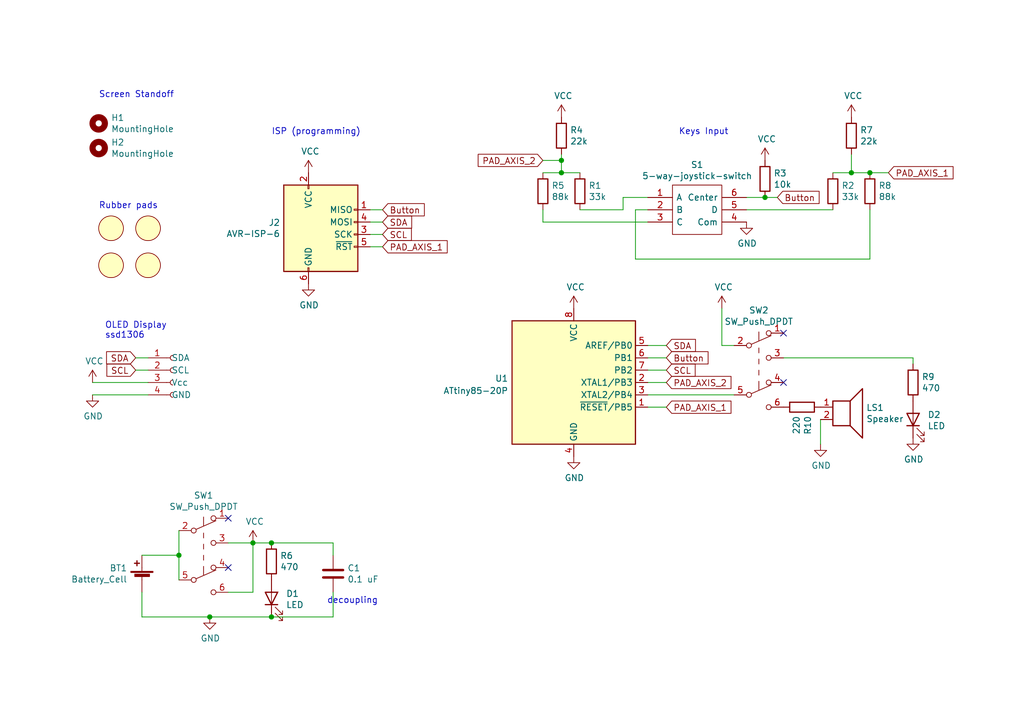
<source format=kicad_sch>
(kicad_sch (version 20211123) (generator eeschema)
  (paper "User" 210.795 148.488)
  (title_block (title "Sygeco 1") (rev "1.0") (company "Sylphide Consulting"))
  (lib_symbols
    (symbol "Connector:AVR-ISP-6" (pin_names (offset 1.016))
      (property "Reference" "J" (at -6.35 11.43 0))
      (property "Value" "AVR-ISP-6" (at 0 11.43 0))
      (symbol "AVR-ISP-6_0_1"
        (rectangle (start -2.667 -6.858) (end -2.413 -7.62))
        (rectangle (start -2.667 10.16) (end -2.413 9.398))
        (rectangle (start 7.62 -2.413) (end 6.858 -2.667))
        (rectangle (start 7.62 0.127) (end 6.858 -0.127))
        (rectangle (start 7.62 2.667) (end 6.858 2.413))
        (rectangle (start 7.62 5.207) (end 6.858 4.953))
        (rectangle (start 7.62 10.16) (end -7.62 -7.62) (stroke (width 0.254)) (fill (type background)))
      )
      (symbol "AVR-ISP-6_1_1"
        (pin passive line (at 10.16 5.08 180) (length 2.54) (name "MISO") (number "1"))
        (pin passive line (at -2.54 12.7 270) (length 2.54) (name "VCC") (number "2"))
        (pin passive line (at 10.16 0 180) (length 2.54) (name "SCK") (number "3"))
        (pin passive line (at 10.16 2.54 180) (length 2.54) (name "MOSI") (number "4"))
        (pin passive line (at 10.16 -2.54 180) (length 2.54) (name "~{RST}") (number "5"))
        (pin passive line (at -2.54 -10.16 90) (length 2.54) (name "GND") (number "6"))
      )
    )
    (symbol "Device:Battery_Cell" (pin_numbers hide) (pin_names (offset 0) hide)
      (property "Reference" "BT" (at 2.54 2.54 0))
      (property "Value" "Battery_Cell" (at 2.54 0 0))
      (symbol "Battery_Cell_0_1"
        (rectangle (start -2.286 1.778) (end 2.286 1.524) (fill (type outline)))
        (rectangle (start -1.5748 1.1938) (end 1.4732 0.6858) (fill (type outline)))
        (polyline (pts (xy 0 0.762) (xy 0 0)))
        (polyline (pts (xy 0 1.778) (xy 0 2.54)))
        (polyline (pts (xy 0.508 3.429) (xy 1.524 3.429)) (stroke (width 0.254)))
        (polyline (pts (xy 1.016 3.937) (xy 1.016 2.921)) (stroke (width 0.254)))
      )
      (symbol "Battery_Cell_1_1"
        (pin passive line (at 0 5.08 270) (length 2.54) (name "+") (number "1"))
        (pin passive line (at 0 -2.54 90) (length 2.54) (name "-") (number "2"))
      )
    )
    (symbol "Device:C" (pin_numbers hide) (pin_names (offset 0.254))
      (property "Reference" "C" (at 0.635 2.54 0))
      (property "Value" "C" (at 0.635 -2.54 0))
      (symbol "C_0_1"
        (polyline (pts (xy -2.032 -0.762) (xy 2.032 -0.762)) (stroke (width 0.508)))
        (polyline (pts (xy -2.032 0.762) (xy 2.032 0.762)) (stroke (width 0.508)))
      )
      (symbol "C_1_1"
        (pin passive line (at 0 3.81 270) (length 2.794) (name "~") (number "1"))
        (pin passive line (at 0 -3.81 90) (length 2.794) (name "~") (number "2"))
      )
    )
    (symbol "Device:LED" (pin_numbers hide) (pin_names (offset 1.016) hide)
      (property "Reference" "D" (at 0 2.54 0))
      (property "Value" "LED" (at 0 -2.54 0))
      (symbol "LED_0_1"
        (polyline (pts (xy -1.27 -1.27) (xy -1.27 1.27)) (stroke (width 0.254)))
        (polyline (pts (xy -1.27 0) (xy 1.27 0)))
        (polyline (pts (xy 1.27 -1.27) (xy 1.27 1.27) (xy -1.27 0) (xy 1.27 -1.27)) (stroke (width 0.254)))
        (polyline (pts (xy -3.048 -0.762) (xy -4.572 -2.286) (xy -3.81 -2.286) (xy -4.572 -2.286) (xy -4.572 -1.524)))
        (polyline (pts (xy -1.778 -0.762) (xy -3.302 -2.286) (xy -2.54 -2.286) (xy -3.302 -2.286) (xy -3.302 -1.524)))
      )
      (symbol "LED_1_1"
        (pin passive line (at -3.81 0 0) (length 2.54) (name "K") (number "1"))
        (pin passive line (at 3.81 0 180) (length 2.54) (name "A") (number "2"))
      )
    )
    (symbol "Device:R" (pin_numbers hide) (pin_names (offset 0))
      (property "Reference" "R" (at 2.032 0 90))
      (property "Value" "R" (at 0 0 90))
      (symbol "R_0_1"
        (rectangle (start -1.016 -2.54) (end 1.016 2.54) (stroke (width 0.254)))
      )
      (symbol "R_1_1"
        (pin passive line (at 0 3.81 270) (length 1.27) (name "~") (number "1"))
        (pin passive line (at 0 -3.81 90) (length 1.27) (name "~") (number "2"))
      )
    )
    (symbol "Device:Speaker" (pin_names (offset 0) hide)
      (property "Reference" "LS" (at 1.27 5.715 0))
      (property "Value" "Speaker" (at 1.27 3.81 0))
      (symbol "Speaker_0_0"
        (rectangle (start -2.54 1.27) (end 1.016 -3.81) (stroke (width 0.254)))
        (polyline (pts (xy 1.016 1.27) (xy 3.556 3.81) (xy 3.556 -6.35) (xy 1.016 -3.81)) (stroke (width 0.254)))
      )
      (symbol "Speaker_1_1"
        (pin input line (at -5.08 0 0) (length 2.54) (name "1") (number "1"))
        (pin input line (at -5.08 -2.54 0) (length 2.54) (name "2") (number "2"))
      )
    )
    (symbol "MCU_Microchip_ATtiny:ATtiny85-20P"
      (property "Reference" "U" (at -12.7 13.97 0))
      (property "Value" "ATtiny85-20P" (at 2.54 -13.97 0))
      (symbol "ATtiny85-20P_0_1"
        (rectangle (start -12.7 -12.7) (end 12.7 12.7) (stroke (width 0.254)) (fill (type background)))
      )
      (symbol "ATtiny85-20P_1_1"
        (pin bidirectional line (at 15.24 -5.08 180) (length 2.54) (name "~{RESET}/PB5") (number "1"))
        (pin bidirectional line (at 15.24 0 180) (length 2.54) (name "XTAL1/PB3") (number "2"))
        (pin bidirectional line (at 15.24 -2.54 180) (length 2.54) (name "XTAL2/PB4") (number "3"))
        (pin power_in line (at 0 -15.24 90) (length 2.54) (name "GND") (number "4"))
        (pin bidirectional line (at 15.24 7.62 180) (length 2.54) (name "AREF/PB0") (number "5"))
        (pin bidirectional line (at 15.24 5.08 180) (length 2.54) (name "PB1") (number "6"))
        (pin bidirectional line (at 15.24 2.54 180) (length 2.54) (name "PB2") (number "7"))
        (pin power_in line (at 0 15.24 270) (length 2.54) (name "VCC") (number "8"))
      )
    )
    (symbol "Mechanical:MountingHole" (pin_names (offset 1.016))
      (property "Reference" "H" (at 0 5.08 0))
      (property "Value" "MountingHole" (at 0 3.175 0))
      (symbol "MountingHole_0_1"
        (circle (center 0 0) (radius 1.27) (stroke (width 1.27)))
      )
    )
    (symbol "Switch:SW_Push_DPDT" (pin_names (offset 0) hide)
      (property "Reference" "SW" (at 0 8.89 0))
      (property "Value" "SW_Push_DPDT" (at 0 -10.16 0))
      (symbol "SW_Push_DPDT_0_0"
        (circle (center -2.032 -5.08) (radius 0.508))
        (circle (center -2.032 5.08) (radius 0.508))
        (circle (center 2.032 -7.62) (radius 0.508))
        (circle (center 2.032 2.54) (radius 0.508))
      )
      (symbol "SW_Push_DPDT_0_1"
        (polyline (pts (xy -1.524 -4.826) (xy 2.54 -3.048)))
        (polyline (pts (xy -1.524 5.334) (xy 2.54 7.112)))
        (polyline (pts (xy 0 -2.286) (xy 0 -4.064)))
        (polyline (pts (xy 0 -1.016) (xy 0 0)))
        (polyline (pts (xy 0 1.27) (xy 0 2.286)))
        (polyline (pts (xy 0 3.556) (xy 0 4.572)))
        (polyline (pts (xy 0 7.874) (xy 0 6.096)))
        (circle (center 2.032 -2.54) (radius 0.508))
        (circle (center 2.032 7.62) (radius 0.508))
      )
      (symbol "SW_Push_DPDT_1_1"
        (pin passive line (at 5.08 7.62 180) (length 2.54) (name "A") (number "1"))
        (pin passive line (at -5.08 5.08 0) (length 2.54) (name "B") (number "2"))
        (pin passive line (at 5.08 2.54 180) (length 2.54) (name "C") (number "3"))
        (pin passive line (at 5.08 -2.54 180) (length 2.54) (name "A") (number "4"))
        (pin passive line (at -5.08 -5.08 0) (length 2.54) (name "B") (number "5"))
        (pin passive line (at 5.08 -7.62 180) (length 2.54) (name "C") (number "6"))
      )
    )
    (symbol "power:GND" (power) (pin_names (offset 0))
      (property "Value" "GND" (at 0 -3.81 0))
      (symbol "GND_0_1"
        (polyline (pts (xy 0 0) (xy 0 -1.27) (xy 1.27 -1.27) (xy 0 -2.54) (xy -1.27 -1.27) (xy 0 -1.27)))
      )
      (symbol "GND_1_1"
        (pin power_in line (at 0 0 270) (length 0) hide (name "GND") (number "1"))
      )
    )
    (symbol "power:VCC" (power) (pin_names (offset 0))
      (property "Value" "VCC" (at 0 3.81 0))
      (symbol "VCC_0_1"
        (polyline (pts (xy -0.762 1.27) (xy 0 2.54)))
        (polyline (pts (xy 0 0) (xy 0 2.54)))
        (polyline (pts (xy 0 2.54) (xy 0.762 1.27)))
      )
      (symbol "VCC_1_1"
        (pin power_in line (at 0 0 90) (length 0) hide (name "VCC") (number "1"))
      )
    )
    (symbol "sygeco1_symbols:5-way-joystick-switch" (pin_names (offset 0.762))
      (property "Reference" "S" (at 16.51 7.62 0))
      (property "Value" "5-way-joystick-switch" (at 16.51 5.08 0))
      (symbol "5-way-joystick-switch_0_0"
        (pin passive line (at 0 0 0) (length 5.08) (name "A") (number "1"))
        (pin passive line (at 0 -2.54 0) (length 5.08) (name "B") (number "2"))
        (pin passive line (at 0 -5.08 0) (length 5.08) (name "C") (number "3"))
        (pin passive line (at 20.32 -5.08 180) (length 5.08) (name "Com") (number "4"))
        (pin passive line (at 20.32 -2.54 180) (length 5.08) (name "D") (number "5"))
        (pin passive line (at 20.32 0 180) (length 5.08) (name "Center") (number "6"))
      )
      (symbol "5-way-joystick-switch_0_1"
        (polyline (pts (xy 5.08 2.54) (xy 15.24 2.54) (xy 15.24 -7.62) (xy 5.08 -7.62) (xy 5.08 2.54)) (stroke (width 0.1524)))
      )
    )
    (symbol "sygeco1_symbols:SSD1306_module" (pin_names (offset 1.016))
      (property "Reference" "J" (at 0 5.08 0))
      (property "Value" "SSD1306_module" (at 0 -7.62 0))
      (symbol "SSD1306_module_1_1"
        (arc (start 0 -4.572) (mid -0.508 -5.08) (end 0 -5.588) (stroke (width 0.1524)))
        (arc (start 0 -2.032) (mid -0.508 -2.54) (end 0 -3.048) (stroke (width 0.1524)))
        (polyline (pts (xy -1.27 -5.08) (xy -0.508 -5.08)) (stroke (width 0.1524)))
        (polyline (pts (xy -1.27 -2.54) (xy -0.508 -2.54)) (stroke (width 0.1524)))
        (polyline (pts (xy -1.27 0) (xy -0.508 0)) (stroke (width 0.1524)))
        (polyline (pts (xy -1.27 2.54) (xy -0.508 2.54)) (stroke (width 0.1524)))
        (arc (start 0 0.508) (mid -0.508 0) (end 0 -0.508) (stroke (width 0.1524)))
        (arc (start 0 3.048) (mid -0.508 2.54) (end 0 2.032) (stroke (width 0.1524)))
        (pin bidirectional line (at -5.08 2.54 0) (length 3.81) (name "SDA") (number "1"))
        (pin output line (at -5.08 0 0) (length 3.81) (name "SCL") (number "2"))
        (pin power_out line (at -5.08 -2.54 0) (length 3.81) (name "Vcc") (number "3"))
        (pin power_out line (at -5.08 -5.08 0) (length 3.81) (name "GND") (number "4"))
      )
    )
    (symbol "sygeco1_symbols:silicone_rubber_pad"
      (symbol "silicone_rubber_pad_0_1"
        (circle (center 0 -3.81) (radius 2.54) (stroke (width 0.1524)) (fill (type background)))
      )
    )
  )
  (junction (at 115.57 33.02))
  (junction (at 175.26 35.56))
  (junction (at 157.48 40.64))
  (junction (at 55.88 111.76))
  (junction (at 55.88 127))
  (junction (at 36.83 114.3))
  (junction (at 115.57 35.56))
  (junction (at 52.07 111.76))
  (junction (at 179.07 35.56))
  (junction (at 43.18 127))
  (no_connect (at 46.99 106.68))
  (no_connect (at 46.99 116.84))
  (no_connect (at 161.29 68.58))
  (no_connect (at 161.29 78.74))
  (wire (pts (xy 157.48 40.64) (xy 160.02 40.64)))
  (wire (pts (xy 46.99 121.92) (xy 52.07 121.92)))
  (wire (pts (xy 76.2 43.18) (xy 78.74 43.18)))
  (wire (pts (xy 46.99 111.76) (xy 52.07 111.76)))
  (wire (pts (xy 76.2 50.8) (xy 78.74 50.8)))
  (wire (pts (xy 137.16 71.12) (xy 133.35 71.12)))
  (wire (pts (xy 148.59 71.12) (xy 151.13 71.12)))
  (wire (pts (xy 151.13 81.28) (xy 133.35 81.28)))
  (wire (pts (xy 128.27 40.64) (xy 133.35 40.64)))
  (wire (pts (xy 175.26 31.75) (xy 175.26 35.56)))
  (wire (pts (xy 128.27 43.18) (xy 128.27 40.64)))
  (wire (pts (xy 137.16 83.82) (xy 133.35 83.82)))
  (wire (pts (xy 161.29 73.66) (xy 187.96 73.66)))
  (wire (pts (xy 137.16 76.2) (xy 133.35 76.2)))
  (wire (pts (xy 76.2 48.26) (xy 78.74 48.26)))
  (wire (pts (xy 76.2 45.72) (xy 78.74 45.72)))
  (wire (pts (xy 55.88 127) (xy 68.58 127)))
  (wire (pts (xy 168.91 91.44) (xy 168.91 86.36)))
  (wire (pts (xy 171.45 43.18) (xy 153.67 43.18)))
  (wire (pts (xy 55.88 111.76) (xy 52.07 111.76)))
  (wire (pts (xy 111.76 45.72) (xy 111.76 43.18)))
  (wire (pts (xy 171.45 35.56) (xy 175.26 35.56)))
  (wire (pts (xy 133.35 45.72) (xy 111.76 45.72)))
  (wire (pts (xy 43.18 127) (xy 29.21 127)))
  (wire (pts (xy 137.16 73.66) (xy 133.35 73.66)))
  (wire (pts (xy 55.88 127) (xy 43.18 127)))
  (wire (pts (xy 153.67 40.64) (xy 157.48 40.64)))
  (wire (pts (xy 119.38 43.18) (xy 128.27 43.18)))
  (wire (pts (xy 29.21 114.3) (xy 36.83 114.3)))
  (wire (pts (xy 130.81 53.34) (xy 179.07 53.34)))
  (wire (pts (xy 130.81 43.18) (xy 130.81 53.34)))
  (wire (pts (xy 19.05 81.28) (xy 30.48 81.28)))
  (wire (pts (xy 187.96 73.66) (xy 187.96 74.93)))
  (wire (pts (xy 36.83 119.38) (xy 36.83 114.3)))
  (wire (pts (xy 115.57 33.02) (xy 115.57 35.56)))
  (wire (pts (xy 179.07 53.34) (xy 179.07 43.18)))
  (wire (pts (xy 115.57 33.02) (xy 115.57 31.75)))
  (wire (pts (xy 175.26 35.56) (xy 179.07 35.56)))
  (wire (pts (xy 68.58 114.3) (xy 68.58 111.76)))
  (wire (pts (xy 111.76 35.56) (xy 115.57 35.56)))
  (wire (pts (xy 30.48 78.74) (xy 19.05 78.74)))
  (wire (pts (xy 182.88 35.56) (xy 179.07 35.56)))
  (wire (pts (xy 30.48 76.2) (xy 27.94 76.2)))
  (wire (pts (xy 137.16 78.74) (xy 133.35 78.74)))
  (wire (pts (xy 30.48 73.66) (xy 27.94 73.66)))
  (wire (pts (xy 36.83 114.3) (xy 36.83 109.22)))
  (wire (pts (xy 115.57 35.56) (xy 119.38 35.56)))
  (wire (pts (xy 115.57 33.02) (xy 111.76 33.02)))
  (wire (pts (xy 148.59 63.5) (xy 148.59 71.12)))
  (wire (pts (xy 52.07 121.92) (xy 52.07 111.76)))
  (wire (pts (xy 68.58 127) (xy 68.58 121.92)))
  (wire (pts (xy 68.58 111.76) (xy 55.88 111.76)))
  (wire (pts (xy 133.35 43.18) (xy 130.81 43.18)))
  (wire (pts (xy 29.21 127) (xy 29.21 121.92)))
  (text "Screen Standoff" (at 20.32 20.32 0) (effects (font (size 1.27 1.27)) (justify left bottom)))
  (text "decoupling" (at 67.31 124.46 0) (effects (font (size 1.27 1.27)) (justify left bottom)))
  (text "Rubber pads" (at 20.32 43.18 0) (effects (font (size 1.27 1.27)) (justify left bottom)))
  (text "OLED Display\nssd1306" (at 21.59 69.85 0) (effects (font (size 1.27 1.27)) (justify left bottom)))
  (text "Keys Input" (at 139.7 27.94 0) (effects (font (size 1.27 1.27)) (justify left bottom)))
  (text "ISP (programming)" (at 55.88 27.94 0) (effects (font (size 1.27 1.27)) (justify left bottom)))
  (global_label "SDA" (shape input) (at 137.16 71.12 0) (property "Intersheet References" "${INTERSHEET_REFS}" (effects hide)))
  (global_label "SDA" (shape input) (at 27.94 73.66 180) (property "Intersheet References" "${INTERSHEET_REFS}" (effects hide)))
  (global_label "SDA" (shape input) (at 78.74 45.72 0) (property "Intersheet References" "${INTERSHEET_REFS}" (effects hide)))
  (global_label "SCL" (shape input) (at 78.74 48.26 0) (property "Intersheet References" "${INTERSHEET_REFS}" (effects hide)))
  (global_label "Button" (shape input) (at 160.02 40.64 0) (property "Intersheet References" "${INTERSHEET_REFS}" (effects hide)))
  (global_label "PAD_AXIS_2" (shape input) (at 111.76 33.02 180) (property "Intersheet References" "${INTERSHEET_REFS}" (effects hide)))
  (global_label "SCL" (shape input) (at 137.16 76.2 0) (property "Intersheet References" "${INTERSHEET_REFS}" (effects hide)))
  (global_label "PAD_AXIS_1" (shape input) (at 182.88 35.56 0) (property "Intersheet References" "${INTERSHEET_REFS}" (effects hide)))
  (global_label "Button" (shape input) (at 137.16 73.66 0) (property "Intersheet References" "${INTERSHEET_REFS}" (effects hide)))
  (global_label "SCL" (shape input) (at 27.94 76.2 180) (property "Intersheet References" "${INTERSHEET_REFS}" (effects hide)))
  (global_label "Button" (shape input) (at 78.74 43.18 0) (property "Intersheet References" "${INTERSHEET_REFS}" (effects hide)))
  (global_label "PAD_AXIS_2" (shape input) (at 137.16 78.74 0) (property "Intersheet References" "${INTERSHEET_REFS}" (effects hide)))
  (global_label "PAD_AXIS_1" (shape input) (at 78.74 50.8 0) (property "Intersheet References" "${INTERSHEET_REFS}" (effects hide)))
  (global_label "PAD_AXIS_1" (shape input) (at 137.16 83.82 0) (property "Intersheet References" "${INTERSHEET_REFS}" (effects hide)))
  (symbol (lib_id "Device:Speaker") (at 173.99 83.82 0) (unit 1)
    (property "Reference" "LS1" (at 178.308 83.9216 0) (effects (justify left)))
    (property "Value" "Speaker" (at 178.308 86.233 0) (effects (justify left)))
    (property "Footprint" "Buzzer_Beeper:MagneticBuzzer_ProSignal_ABT-410-RC" (effects hide))
  )
  (symbol (lib_id "Device:Battery_Cell") (at 29.21 119.38 0) (mirror y) (unit 1)
    (property "Reference" "BT1" (at 26.2128 116.9416 0) (effects (justify left)))
    (property "Value" "Battery_Cell" (at 26.2128 119.253 0) (effects (justify left)))
    (property "Footprint" "sygeco:BatteryHolder_China_1x20mm" (effects hide))
  )
  (symbol (lib_id "Device:R") (at 157.48 36.83 0) (unit 1)
    (property "Reference" "R3" (at 159.258 35.6616 0) (effects (justify left)))
    (property "Value" "10k" (at 159.258 37.973 0) (effects (justify left)))
    (property "Footprint" "Resistor_SMD:R_1206_3216Metric_Pad1.30x1.75mm_HandSolder" (effects hide))
  )
  (symbol (lib_id "power:GND") (at 43.18 127 0) (unit 1)
    (property "Reference" "#PWR0101" (effects hide))
    (property "Value" "GND" (at 43.307 131.3942 0))
  )
  (symbol (lib_id "power:VCC") (at 52.07 111.76 0) (unit 1)
    (property "Reference" "#PWR0102" (effects hide))
    (property "Value" "VCC" (at 52.451 107.3658 0))
  )
  (symbol (lib_id "Switch:SW_Push_DPDT") (at 41.91 114.3 0) (unit 1)
    (property "Reference" "SW1" (at 41.91 101.981 0))
    (property "Value" "SW_Push_DPDT" (at 41.91 104.2924 0))
    (property "Footprint" "sygeco:DPDT_Switch_with_lock" (effects hide))
  )
  (symbol (lib_id "power:GND") (at 118.11 93.98 0) (unit 1)
    (property "Reference" "#PWR0105" (effects hide))
    (property "Value" "GND" (at 118.237 98.3742 0))
  )
  (symbol (lib_id "Switch:SW_Push_DPDT") (at 156.21 76.2 0) (unit 1)
    (property "Reference" "SW2" (at 156.21 63.881 0))
    (property "Value" "SW_Push_DPDT" (at 156.21 66.1924 0))
    (property "Footprint" "sygeco:DPDT_Switch_with_lock" (effects hide))
  )
  (symbol (lib_id "Device:R") (at 111.76 39.37 0) (unit 1)
    (property "Reference" "R5" (at 113.538 38.2016 0) (effects (justify left)))
    (property "Value" "88k" (at 113.538 40.513 0) (effects (justify left)))
    (property "Footprint" "Resistor_SMD:R_1206_3216Metric_Pad1.30x1.75mm_HandSolder" (effects hide))
  )
  (symbol (lib_id "Device:R") (at 115.57 27.94 0) (unit 1)
    (property "Reference" "R4" (at 117.348 26.7716 0) (effects (justify left)))
    (property "Value" "22k" (at 117.348 29.083 0) (effects (justify left)))
    (property "Footprint" "Resistor_SMD:R_1206_3216Metric_Pad1.30x1.75mm_HandSolder" (effects hide))
  )
  (symbol (lib_id "power:VCC") (at 115.57 24.13 0) (unit 1)
    (property "Reference" "#PWR0107" (effects hide))
    (property "Value" "VCC" (at 115.951 19.7358 0))
  )
  (symbol (lib_id "Connector:AVR-ISP-6") (at 66.04 48.26 0) (unit 1)
    (property "Reference" "J2" (at 57.6834 45.8216 0) (effects (justify right)))
    (property "Value" "AVR-ISP-6" (at 57.6834 48.133 0) (effects (justify right)))
    (property "Footprint" "Connector_PinHeader_2.54mm:PinHeader_2x03_P2.54mm_Vertical" (effects hide))
    (property "Datasheet" " ~" (effects hide))
  )
  (symbol (lib_id "power:GND") (at 63.5 58.42 0) (unit 1)
    (property "Reference" "#PWR04" (effects hide))
    (property "Value" "GND" (at 63.627 62.8142 0))
  )
  (symbol (lib_id "power:VCC") (at 63.5 35.56 0) (unit 1)
    (property "Reference" "#PWR03" (effects hide))
    (property "Value" "VCC" (at 63.881 31.1658 0))
  )
  (symbol (lib_id "Device:R") (at 55.88 115.57 0) (unit 1)
    (property "Reference" "R6" (at 57.658 114.4016 0) (effects (justify left)))
    (property "Value" "470" (at 57.658 116.713 0) (effects (justify left)))
    (property "Footprint" "Resistor_SMD:R_1206_3216Metric_Pad1.30x1.75mm_HandSolder" (effects hide))
  )
  (symbol (lib_id "Device:LED") (at 55.88 123.19 90) (unit 1)
    (property "Reference" "D1" (at 58.8772 122.1994 90) (effects (justify right)))
    (property "Value" "LED" (at 58.8772 124.5108 90) (effects (justify right)))
    (property "Footprint" "LED_SMD:LED_1206_3216Metric" (effects hide))
  )
  (symbol (lib_id "sygeco1_symbols:SSD1306_module") (at 35.56 76.2 0) (unit 1)
    (property "Reference" "J1" (effects hide))
    (property "Value" "SSD1306_module" (effects hide))
    (property "Footprint" "Connector_PinSocket_2.54mm:PinSocket_1x04_P2.54mm_Vertical" (effects hide))
  )
  (symbol (lib_id "power:GND") (at 19.05 81.28 0) (unit 1)
    (property "Reference" "#PWR0108" (effects hide))
    (property "Value" "GND" (at 19.177 85.6742 0))
  )
  (symbol (lib_id "power:VCC") (at 19.05 78.74 0) (unit 1)
    (property "Reference" "#PWR0109" (effects hide))
    (property "Value" "VCC" (at 19.431 74.3458 0))
  )
  (symbol (lib_id "sygeco1_symbols:5-way-joystick-switch") (at 133.35 40.64 0) (unit 1)
    (property "Reference" "S1" (at 143.51 33.909 0))
    (property "Value" "5-way-joystick-switch" (at 143.51 36.2204 0))
    (property "Footprint" "sygeco:SKQUCAA010" (effects hide))
    (property "Datasheet" "https://www.mouser.co.uk/datasheet/2/15/skqu-1155891.pdf" (effects hide))
    (property "Description" "Alps, SKQUCAA010, 2 Way Joystick Switch Plunger, Momentary, 12V dc" (effects hide))
    (property "Height" "10" (effects hide))
    (property "Manufacturer_Name" "ALPS" (effects hide))
    (property "Manufacturer_Part_Number" "SKQUCAA010" (effects hide))
    (property "Mouser Part Number" "688-SKQUCA" (effects hide))
    (property "Mouser Price/Stock" "https://www.mouser.co.uk/ProductDetail/ALPS/SKQUCAA010?qs=N5Jky1br14PIN8L1H%2F2niA%3D%3D" (effects hide))
  )
  (symbol (lib_id "Device:C") (at 68.58 118.11 0) (unit 1)
    (property "Reference" "C1" (at 71.501 116.9416 0) (effects (justify left)))
    (property "Value" "0.1 uF" (at 71.501 119.253 0) (effects (justify left)))
    (property "Footprint" "Capacitor_SMD:C_1206_3216Metric_Pad1.33x1.80mm_HandSolder" (effects hide))
  )
  (symbol (lib_id "power:GND") (at 153.67 45.72 0) (unit 1)
    (property "Reference" "#PWR01" (effects hide))
    (property "Value" "GND" (at 153.797 50.1142 0))
  )
  (symbol (lib_id "power:VCC") (at 157.48 33.02 0) (unit 1)
    (property "Reference" "#PWR02" (effects hide))
    (property "Value" "VCC" (at 157.861 28.6258 0))
  )
  (symbol (lib_id "power:VCC") (at 118.11 63.5 0) (unit 1)
    (property "Reference" "#PWR0103" (effects hide))
    (property "Value" "VCC" (at 118.491 59.1058 0))
  )
  (symbol (lib_id "Device:R") (at 119.38 39.37 0) (unit 1)
    (property "Reference" "R1" (at 121.158 38.2016 0) (effects (justify left)))
    (property "Value" "33k" (at 121.158 40.513 0) (effects (justify left)))
    (property "Footprint" "Resistor_SMD:R_1206_3216Metric_Pad1.30x1.75mm_HandSolder" (effects hide))
  )
  (symbol (lib_id "Device:R") (at 175.26 27.94 0) (unit 1)
    (property "Reference" "R7" (at 177.038 26.7716 0) (effects (justify left)))
    (property "Value" "22k" (at 177.038 29.083 0) (effects (justify left)))
    (property "Footprint" "Resistor_SMD:R_1206_3216Metric_Pad1.30x1.75mm_HandSolder" (effects hide))
  )
  (symbol (lib_id "power:VCC") (at 175.26 24.13 0) (unit 1)
    (property "Reference" "#PWR05" (effects hide))
    (property "Value" "VCC" (at 175.641 19.7358 0))
  )
  (symbol (lib_id "Device:R") (at 179.07 39.37 0) (unit 1)
    (property "Reference" "R8" (at 180.848 38.2016 0) (effects (justify left)))
    (property "Value" "88k" (at 180.848 40.513 0) (effects (justify left)))
    (property "Footprint" "Resistor_SMD:R_1206_3216Metric_Pad1.30x1.75mm_HandSolder" (effects hide))
  )
  (symbol (lib_id "Device:R") (at 171.45 39.37 0) (unit 1)
    (property "Reference" "R2" (at 173.228 38.2016 0) (effects (justify left)))
    (property "Value" "33k" (at 173.228 40.513 0) (effects (justify left)))
    (property "Footprint" "Resistor_SMD:R_1206_3216Metric_Pad1.30x1.75mm_HandSolder" (effects hide))
  )
  (symbol (lib_id "Mechanical:MountingHole") (at 20.32 25.4 0) (unit 1)
    (property "Reference" "H1" (at 22.86 24.2316 0) (effects (justify left)))
    (property "Value" "MountingHole" (at 22.86 26.543 0) (effects (justify left)))
    (property "Footprint" "MountingHole:MountingHole_2.2mm_M2_ISO7380_Pad" (effects hide))
  )
  (symbol (lib_id "Mechanical:MountingHole") (at 20.32 30.48 0) (unit 1)
    (property "Reference" "H2" (at 22.86 29.3116 0) (effects (justify left)))
    (property "Value" "MountingHole" (at 22.86 31.623 0) (effects (justify left)))
    (property "Footprint" "MountingHole:MountingHole_2.2mm_M2_ISO7380_Pad" (effects hide))
  )
  (symbol (lib_id "Device:LED") (at 187.96 86.36 90) (unit 1)
    (property "Reference" "D2" (at 190.9572 85.3694 90) (effects (justify right)))
    (property "Value" "LED" (at 190.9572 87.6808 90) (effects (justify right)))
    (property "Footprint" "LED_SMD:LED_1206_3216Metric" (effects hide))
  )
  (symbol (lib_id "Device:R") (at 187.96 78.74 0) (unit 1)
    (property "Reference" "R9" (at 189.738 77.5716 0) (effects (justify left)))
    (property "Value" "470" (at 189.738 79.883 0) (effects (justify left)))
    (property "Footprint" "Resistor_SMD:R_1206_3216Metric_Pad1.30x1.75mm_HandSolder" (effects hide))
  )
  (symbol (lib_id "power:GND") (at 187.96 90.17 0) (unit 1)
    (property "Reference" "#PWR07" (effects hide))
    (property "Value" "GND" (at 188.087 94.5642 0))
  )
  (symbol (lib_id "power:VCC") (at 148.59 63.5 0) (unit 1)
    (property "Reference" "#PWR06" (effects hide))
    (property "Value" "VCC" (at 148.971 59.1058 0))
  )
  (symbol (lib_id "power:GND") (at 168.91 91.44 0) (unit 1)
    (property "Reference" "#PWR0104" (effects hide))
    (property "Value" "GND" (at 169.037 95.8342 0))
  )
  (symbol (lib_id "Device:R") (at 165.1 83.82 270) (unit 1)
    (property "Reference" "R10" (at 166.2684 85.598 0) (effects (justify left)))
    (property "Value" "220" (at 163.957 85.598 0) (effects (justify left)))
    (property "Footprint" "Resistor_SMD:R_1206_3216Metric_Pad1.30x1.75mm_HandSolder" (effects hide))
  )
  (symbol (lib_id "MCU_Microchip_ATtiny:ATtiny85-20P") (at 118.11 78.74 0) (unit 1)
    (property "Reference" "U1" (at 104.648 77.9053 0) (effects (justify right)))
    (property "Value" "ATtiny85-20P" (at 104.648 80.4422 0) (effects (justify right)))
    (property "Footprint" "sygeco1:dual-dip8-sop8" (effects hide))
    (property "Datasheet" "http://ww1.microchip.com/downloads/en/DeviceDoc/atmel-2586-avr-8-bit-microcontroller-attiny25-attiny45-attiny85_datasheet.pdf" (effects hide))
  )
  (symbol (lib_id "sygeco1_symbols:silicone_rubber_pad") (at 30.48 43.18 0) (unit 1)
    (property "Reference" "RP3" (effects hide))
    (property "Value" "silicone_rubber_pad" (effects hide))
    (property "Footprint" "sygeco:silicone_rubber_pad" (effects hide))
  )
  (symbol (lib_id "sygeco1_symbols:silicone_rubber_pad") (at 22.86 50.8 0) (unit 1)
    (property "Reference" "RP2" (effects hide))
    (property "Value" "silicone_rubber_pad" (effects hide))
    (property "Footprint" "sygeco:silicone_rubber_pad" (effects hide))
  )
  (symbol (lib_id "sygeco1_symbols:silicone_rubber_pad") (at 22.86 43.18 0) (unit 1)
    (property "Reference" "RP1" (effects hide))
    (property "Value" "silicone_rubber_pad" (effects hide))
    (property "Footprint" "sygeco:silicone_rubber_pad" (effects hide))
  )
  (symbol (lib_id "sygeco1_symbols:silicone_rubber_pad") (at 30.48 50.8 0) (unit 1)
    (property "Reference" "RP4" (effects hide))
    (property "Value" "silicone_rubber_pad" (effects hide))
    (property "Footprint" "sygeco:silicone_rubber_pad" (effects hide))
  )
)
</source>
